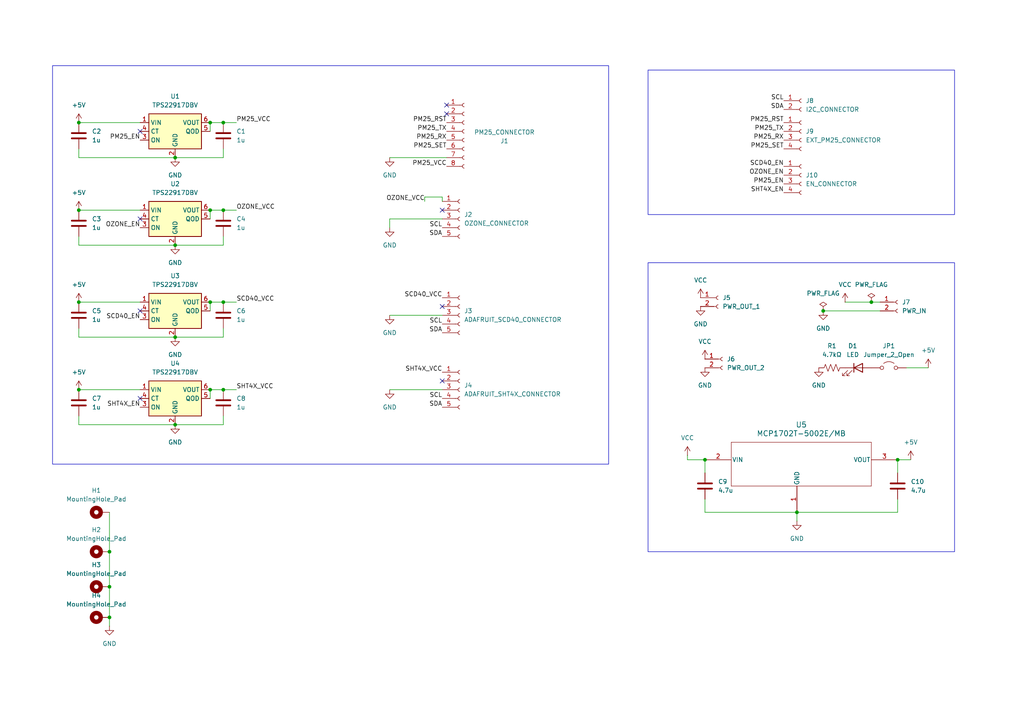
<source format=kicad_sch>
(kicad_sch (version 20231120) (generator "eeschema") (generator_version "8.0")
  (paper "A4")
  (title_block (title "AQ Sensor Controll Board") (date "2025-02-28") (rev "Rev. 1.0") (company "UofT Network Research Lab"))
  (lib_symbols
    (symbol "Connector:Conn_01x02_Socket" (pin_names (offset 1.016) hide)
      (property "Reference" "J" (at 0 2.54 0))
      (property "Value" "Conn_01x02_Socket" (at 0 -5.08 0))
      (symbol "Conn_01x02_Socket_1_1"
        (arc (start 0 -2.032) (mid -0.5058 -2.54) (end 0 -3.048) (stroke (width 0.1524)))
        (polyline (pts (xy -1.27 -2.54) (xy -0.508 -2.54)) (stroke (width 0.1524)))
        (polyline (pts (xy -1.27 0) (xy -0.508 0)) (stroke (width 0.1524)))
        (arc (start 0 0.508) (mid -0.5058 0) (end 0 -0.508) (stroke (width 0.1524)))
        (pin passive line (at -5.08 0 0) (length 3.81) (name "Pin_1") (number "1"))
        (pin passive line (at -5.08 -2.54 0) (length 3.81) (name "Pin_2") (number "2"))
      )
    )
    (symbol "Connector:Conn_01x04_Socket" (pin_names (offset 1.016) hide)
      (property "Reference" "J" (at 0 5.08 0))
      (property "Value" "Conn_01x04_Socket" (at 0 -7.62 0))
      (symbol "Conn_01x04_Socket_1_1"
        (arc (start 0 -4.572) (mid -0.5058 -5.08) (end 0 -5.588) (stroke (width 0.1524)))
        (arc (start 0 -2.032) (mid -0.5058 -2.54) (end 0 -3.048) (stroke (width 0.1524)))
        (polyline (pts (xy -1.27 -5.08) (xy -0.508 -5.08)) (stroke (width 0.1524)))
        (polyline (pts (xy -1.27 -2.54) (xy -0.508 -2.54)) (stroke (width 0.1524)))
        (polyline (pts (xy -1.27 0) (xy -0.508 0)) (stroke (width 0.1524)))
        (polyline (pts (xy -1.27 2.54) (xy -0.508 2.54)) (stroke (width 0.1524)))
        (arc (start 0 0.508) (mid -0.5058 0) (end 0 -0.508) (stroke (width 0.1524)))
        (arc (start 0 3.048) (mid -0.5058 2.54) (end 0 2.032) (stroke (width 0.1524)))
        (pin passive line (at -5.08 2.54 0) (length 3.81) (name "Pin_1") (number "1"))
        (pin passive line (at -5.08 0 0) (length 3.81) (name "Pin_2") (number "2"))
        (pin passive line (at -5.08 -2.54 0) (length 3.81) (name "Pin_3") (number "3"))
        (pin passive line (at -5.08 -5.08 0) (length 3.81) (name "Pin_4") (number "4"))
      )
    )
    (symbol "Connector:Conn_01x05_Socket" (pin_names (offset 1.016) hide)
      (property "Reference" "J" (at 0 7.62 0))
      (property "Value" "Conn_01x05_Socket" (at 0 -7.62 0))
      (symbol "Conn_01x05_Socket_1_1"
        (arc (start 0 -4.572) (mid -0.5058 -5.08) (end 0 -5.588) (stroke (width 0.1524)))
        (arc (start 0 -2.032) (mid -0.5058 -2.54) (end 0 -3.048) (stroke (width 0.1524)))
        (polyline (pts (xy -1.27 -5.08) (xy -0.508 -5.08)) (stroke (width 0.1524)))
        (polyline (pts (xy -1.27 -2.54) (xy -0.508 -2.54)) (stroke (width 0.1524)))
        (polyline (pts (xy -1.27 0) (xy -0.508 0)) (stroke (width 0.1524)))
        (polyline (pts (xy -1.27 2.54) (xy -0.508 2.54)) (stroke (width 0.1524)))
        (polyline (pts (xy -1.27 5.08) (xy -0.508 5.08)) (stroke (width 0.1524)))
        (arc (start 0 0.508) (mid -0.5058 0) (end 0 -0.508) (stroke (width 0.1524)))
        (arc (start 0 3.048) (mid -0.5058 2.54) (end 0 2.032) (stroke (width 0.1524)))
        (arc (start 0 5.588) (mid -0.5058 5.08) (end 0 4.572) (stroke (width 0.1524)))
        (pin passive line (at -5.08 5.08 0) (length 3.81) (name "Pin_1") (number "1"))
        (pin passive line (at -5.08 2.54 0) (length 3.81) (name "Pin_2") (number "2"))
        (pin passive line (at -5.08 0 0) (length 3.81) (name "Pin_3") (number "3"))
        (pin passive line (at -5.08 -2.54 0) (length 3.81) (name "Pin_4") (number "4"))
        (pin passive line (at -5.08 -5.08 0) (length 3.81) (name "Pin_5") (number "5"))
      )
    )
    (symbol "Connector:Conn_01x08_Socket" (pin_names (offset 1.016) hide)
      (property "Reference" "J" (at 0 10.16 0))
      (property "Value" "Conn_01x08_Socket" (at 0 -12.7 0))
      (symbol "Conn_01x08_Socket_1_1"
        (arc (start 0 -9.652) (mid -0.5058 -10.16) (end 0 -10.668) (stroke (width 0.1524)))
        (arc (start 0 -7.112) (mid -0.5058 -7.62) (end 0 -8.128) (stroke (width 0.1524)))
        (arc (start 0 -4.572) (mid -0.5058 -5.08) (end 0 -5.588) (stroke (width 0.1524)))
        (arc (start 0 -2.032) (mid -0.5058 -2.54) (end 0 -3.048) (stroke (width 0.1524)))
        (polyline (pts (xy -1.27 -10.16) (xy -0.508 -10.16)) (stroke (width 0.1524)))
        (polyline (pts (xy -1.27 -7.62) (xy -0.508 -7.62)) (stroke (width 0.1524)))
        (polyline (pts (xy -1.27 -5.08) (xy -0.508 -5.08)) (stroke (width 0.1524)))
        (polyline (pts (xy -1.27 -2.54) (xy -0.508 -2.54)) (stroke (width 0.1524)))
        (polyline (pts (xy -1.27 0) (xy -0.508 0)) (stroke (width 0.1524)))
        (polyline (pts (xy -1.27 2.54) (xy -0.508 2.54)) (stroke (width 0.1524)))
        (polyline (pts (xy -1.27 5.08) (xy -0.508 5.08)) (stroke (width 0.1524)))
        (polyline (pts (xy -1.27 7.62) (xy -0.508 7.62)) (stroke (width 0.1524)))
        (arc (start 0 0.508) (mid -0.5058 0) (end 0 -0.508) (stroke (width 0.1524)))
        (arc (start 0 3.048) (mid -0.5058 2.54) (end 0 2.032) (stroke (width 0.1524)))
        (arc (start 0 5.588) (mid -0.5058 5.08) (end 0 4.572) (stroke (width 0.1524)))
        (arc (start 0 8.128) (mid -0.5058 7.62) (end 0 7.112) (stroke (width 0.1524)))
        (pin passive line (at -5.08 7.62 0) (length 3.81) (name "Pin_1") (number "1"))
        (pin passive line (at -5.08 5.08 0) (length 3.81) (name "Pin_2") (number "2"))
        (pin passive line (at -5.08 2.54 0) (length 3.81) (name "Pin_3") (number "3"))
        (pin passive line (at -5.08 0 0) (length 3.81) (name "Pin_4") (number "4"))
        (pin passive line (at -5.08 -2.54 0) (length 3.81) (name "Pin_5") (number "5"))
        (pin passive line (at -5.08 -5.08 0) (length 3.81) (name "Pin_6") (number "6"))
        (pin passive line (at -5.08 -7.62 0) (length 3.81) (name "Pin_7") (number "7"))
        (pin passive line (at -5.08 -10.16 0) (length 3.81) (name "Pin_8") (number "8"))
      )
    )
    (symbol "Device:C" (pin_numbers hide) (pin_names (offset 0.254))
      (property "Reference" "C" (at 0.635 2.54 0))
      (property "Value" "C" (at 0.635 -2.54 0))
      (symbol "C_0_1"
        (polyline (pts (xy -2.032 -0.762) (xy 2.032 -0.762)) (stroke (width 0.508)))
        (polyline (pts (xy -2.032 0.762) (xy 2.032 0.762)) (stroke (width 0.508)))
      )
      (symbol "C_1_1"
        (pin passive line (at 0 3.81 270) (length 2.794) (name "~") (number "1"))
        (pin passive line (at 0 -3.81 90) (length 2.794) (name "~") (number "2"))
      )
    )
    (symbol "Device:LED" (pin_numbers hide) (pin_names (offset 1.016) hide)
      (property "Reference" "D" (at 0 2.54 0))
      (property "Value" "LED" (at 0 -2.54 0))
      (symbol "LED_0_1"
        (polyline (pts (xy -1.27 -1.27) (xy -1.27 1.27)) (stroke (width 0.254)))
        (polyline (pts (xy -1.27 0) (xy 1.27 0)))
        (polyline (pts (xy 1.27 -1.27) (xy 1.27 1.27) (xy -1.27 0) (xy 1.27 -1.27)) (stroke (width 0.254)))
        (polyline (pts (xy -3.048 -0.762) (xy -4.572 -2.286) (xy -3.81 -2.286) (xy -4.572 -2.286) (xy -4.572 -1.524)))
        (polyline (pts (xy -1.778 -0.762) (xy -3.302 -2.286) (xy -2.54 -2.286) (xy -3.302 -2.286) (xy -3.302 -1.524)))
      )
      (symbol "LED_1_1"
        (pin passive line (at -3.81 0 0) (length 2.54) (name "K") (number "1"))
        (pin passive line (at 3.81 0 180) (length 2.54) (name "A") (number "2"))
      )
    )
    (symbol "Device:R_US" (pin_numbers hide) (pin_names (offset 0))
      (property "Reference" "R" (at 2.54 0 90))
      (property "Value" "R_US" (at -2.54 0 90))
      (symbol "R_US_0_1"
        (polyline (pts (xy 0 -2.286) (xy 0 -2.54)))
        (polyline (pts (xy 0 2.286) (xy 0 2.54)))
        (polyline (pts (xy 0 -0.762) (xy 1.016 -1.143) (xy 0 -1.524) (xy -1.016 -1.905) (xy 0 -2.286)))
        (polyline (pts (xy 0 0.762) (xy 1.016 0.381) (xy 0 0) (xy -1.016 -0.381) (xy 0 -0.762)))
        (polyline (pts (xy 0 2.286) (xy 1.016 1.905) (xy 0 1.524) (xy -1.016 1.143) (xy 0 0.762)))
      )
      (symbol "R_US_1_1"
        (pin passive line (at 0 3.81 270) (length 1.27) (name "~") (number "1"))
        (pin passive line (at 0 -3.81 90) (length 1.27) (name "~") (number "2"))
      )
    )
    (symbol "Jumper:Jumper_2_Open" (pin_numbers hide) (pin_names (offset 0) hide) (exclude_from_sim yes)
      (property "Reference" "JP" (at 0 2.794 0))
      (property "Value" "Jumper_2_Open" (at 0 -2.286 0))
      (symbol "Jumper_2_Open_0_0"
        (circle (center -2.032 0) (radius 0.508))
        (circle (center 2.032 0) (radius 0.508))
      )
      (symbol "Jumper_2_Open_0_1"
        (arc (start 1.524 1.27) (mid 0 1.778) (end -1.524 1.27))
      )
      (symbol "Jumper_2_Open_1_1"
        (pin passive line (at -5.08 0 0) (length 2.54) (name "A") (number "1"))
        (pin passive line (at 5.08 0 180) (length 2.54) (name "B") (number "2"))
      )
    )
    (symbol "MCP1702:MCP1702T-5002E_MB" (pin_names (offset 0.254))
      (property "Reference" "U" (at 27.94 10.16 0))
      (property "Value" "MCP1702T-5002E/MB" (at 27.94 7.62 0))
      (symbol "MCP1702T-5002E_MB_0_1"
        (polyline (pts (xy 7.62 -7.62) (xy 48.26 -7.62)) (stroke (width 0.127)))
        (polyline (pts (xy 7.62 5.08) (xy 7.62 -7.62)) (stroke (width 0.127)))
        (polyline (pts (xy 48.26 -7.62) (xy 48.26 5.08)) (stroke (width 0.127)))
        (polyline (pts (xy 48.26 5.08) (xy 7.62 5.08)) (stroke (width 0.127)))
      )
      (symbol "MCP1702T-5002E_MB_1_1"
        (pin power_in line (at 26.67 -15.24 90) (length 7.62) (name "GND") (number "1"))
        (pin power_in line (at 0 0 0) (length 7.62) (name "VIN") (number "2"))
        (pin power_out line (at 55.88 0 180) (length 7.62) (name "VOUT") (number "3"))
      )
    )
    (symbol "Mechanical:MountingHole_Pad" (pin_numbers hide) (pin_names (offset 1.016) hide) (exclude_from_sim yes) (in_bom no)
      (property "Reference" "H" (at 0 6.35 0))
      (property "Value" "MountingHole_Pad" (at 0 4.445 0))
      (symbol "MountingHole_Pad_0_1"
        (circle (center 0 1.27) (radius 1.27) (stroke (width 1.27)))
      )
      (symbol "MountingHole_Pad_1_1"
        (pin input line (at 0 -2.54 90) (length 2.54) (name "1") (number "1"))
      )
    )
    (symbol "Power_Management:TPS22917DBV"
      (property "Reference" "U" (at -6.35 6.35 0))
      (property "Value" "TPS22917DBV" (at 2.54 6.35 0))
      (symbol "TPS22917DBV_0_1"
        (rectangle (start -7.62 5.08) (end 7.62 -5.08) (stroke (width 0.254)) (fill (type background)))
      )
      (symbol "TPS22917DBV_1_1"
        (pin power_in line (at -10.16 2.54 0) (length 2.54) (name "VIN") (number "1"))
        (pin power_in line (at 0 -7.62 90) (length 2.54) (name "GND") (number "2"))
        (pin input line (at -10.16 -2.54 0) (length 2.54) (name "ON") (number "3"))
        (pin output line (at -10.16 0 0) (length 2.54) (name "CT") (number "4"))
        (pin open_collector line (at 10.16 0 180) (length 2.54) (name "QOD") (number "5"))
        (pin power_out line (at 10.16 2.54 180) (length 2.54) (name "VOUT") (number "6"))
      )
    )
    (symbol "power:+5V" (power) (pin_numbers hide) (pin_names (offset 0) hide)
      (property "Value" "+5V" (at 0 3.556 0))
      (symbol "+5V_0_1"
        (polyline (pts (xy -0.762 1.27) (xy 0 2.54)))
        (polyline (pts (xy 0 0) (xy 0 2.54)))
        (polyline (pts (xy 0 2.54) (xy 0.762 1.27)))
      )
      (symbol "+5V_1_1"
        (pin power_in line (at 0 0 90) (length 0) (name "~") (number "1"))
      )
    )
    (symbol "power:GND" (power) (pin_numbers hide) (pin_names (offset 0) hide)
      (property "Value" "GND" (at 0 -3.81 0))
      (symbol "GND_0_1"
        (polyline (pts (xy 0 0) (xy 0 -1.27) (xy 1.27 -1.27) (xy 0 -2.54) (xy -1.27 -1.27) (xy 0 -1.27)))
      )
      (symbol "GND_1_1"
        (pin power_in line (at 0 0 270) (length 0) (name "~") (number "1"))
      )
    )
    (symbol "power:PWR_FLAG" (power) (pin_numbers hide) (pin_names (offset 0) hide)
      (property "Value" "PWR_FLAG" (at 0 3.81 0))
      (symbol "PWR_FLAG_0_0"
        (pin power_out line (at 0 0 90) (length 0) (name "~") (number "1"))
      )
      (symbol "PWR_FLAG_0_1"
        (polyline (pts (xy 0 0) (xy 0 1.27) (xy -1.016 1.905) (xy 0 2.54) (xy 1.016 1.905) (xy 0 1.27)))
      )
    )
    (symbol "power:VCC" (power) (pin_numbers hide) (pin_names (offset 0) hide)
      (property "Value" "VCC" (at 0 3.556 0))
      (symbol "VCC_0_1"
        (polyline (pts (xy -0.762 1.27) (xy 0 2.54)))
        (polyline (pts (xy 0 0) (xy 0 2.54)))
        (polyline (pts (xy 0 2.54) (xy 0.762 1.27)))
      )
      (symbol "VCC_1_1"
        (pin power_in line (at 0 0 90) (length 0) (name "~") (number "1"))
      )
    )
  )
  (junction (at 64.77 113.03))
  (junction (at 64.77 87.63))
  (junction (at 231.14 148.59))
  (junction (at 31.75 160.02))
  (junction (at 64.77 35.56))
  (junction (at 31.75 179.07))
  (junction (at 22.86 113.03))
  (junction (at 60.96 113.03))
  (junction (at 252.73 87.63))
  (junction (at 22.86 87.63))
  (junction (at 22.86 60.96))
  (junction (at 260.35 133.35))
  (junction (at 60.96 60.96))
  (junction (at 50.8 45.72))
  (junction (at 60.96 87.63))
  (junction (at 22.86 35.56))
  (junction (at 31.75 170.18))
  (junction (at 50.8 123.19))
  (junction (at 64.77 60.96))
  (junction (at 50.8 97.79))
  (junction (at 204.47 133.35))
  (junction (at 238.76 90.17))
  (junction (at 60.96 35.56))
  (junction (at 50.8 71.12))
  (no_connect (at 40.64 115.57))
  (no_connect (at 129.54 30.48))
  (no_connect (at 40.64 38.1))
  (no_connect (at 40.64 90.17))
  (no_connect (at 128.27 60.96))
  (no_connect (at 128.27 110.49))
  (no_connect (at 40.64 63.5))
  (no_connect (at 128.27 88.9))
  (no_connect (at 129.54 33.02))
  (wire (pts (xy 113.03 63.5) (xy 128.27 63.5)))
  (wire (pts (xy 64.77 123.19) (xy 50.8 123.19)))
  (wire (pts (xy 199.39 133.35) (xy 199.39 132.08)))
  (wire (pts (xy 60.96 87.63) (xy 64.77 87.63)))
  (wire (pts (xy 31.75 160.02) (xy 31.75 170.18)))
  (wire (pts (xy 204.47 133.35) (xy 199.39 133.35)))
  (wire (pts (xy 22.86 123.19) (xy 50.8 123.19)))
  (wire (pts (xy 255.27 90.17) (xy 238.76 90.17)))
  (wire (pts (xy 31.75 148.59) (xy 31.75 160.02)))
  (wire (pts (xy 60.96 87.63) (xy 60.96 90.17)))
  (wire (pts (xy 22.86 71.12) (xy 50.8 71.12)))
  (wire (pts (xy 113.03 45.72) (xy 129.54 45.72)))
  (wire (pts (xy 269.24 106.68) (xy 262.89 106.68)))
  (wire (pts (xy 231.14 148.59) (xy 231.14 151.13)))
  (wire (pts (xy 60.96 35.56) (xy 60.96 38.1)))
  (wire (pts (xy 22.86 113.03) (xy 40.64 113.03)))
  (wire (pts (xy 64.77 68.58) (xy 64.77 71.12)))
  (wire (pts (xy 60.96 60.96) (xy 64.77 60.96)))
  (wire (pts (xy 113.03 113.03) (xy 128.27 113.03)))
  (wire (pts (xy 22.86 68.58) (xy 22.86 71.12)))
  (wire (pts (xy 22.86 43.18) (xy 22.86 45.72)))
  (wire (pts (xy 60.96 35.56) (xy 64.77 35.56)))
  (wire (pts (xy 204.47 148.59) (xy 231.14 148.59)))
  (wire (pts (xy 64.77 97.79) (xy 50.8 97.79)))
  (wire (pts (xy 64.77 71.12) (xy 50.8 71.12)))
  (wire (pts (xy 22.86 35.56) (xy 40.64 35.56)))
  (wire (pts (xy 68.58 113.03) (xy 64.77 113.03)))
  (wire (pts (xy 22.86 95.25) (xy 22.86 97.79)))
  (wire (pts (xy 123.19 57.15) (xy 123.19 58.42)))
  (wire (pts (xy 60.96 60.96) (xy 60.96 63.5)))
  (wire (pts (xy 255.27 87.63) (xy 252.73 87.63)))
  (wire (pts (xy 64.77 43.18) (xy 64.77 45.72)))
  (wire (pts (xy 260.35 133.35) (xy 260.35 137.16)))
  (wire (pts (xy 68.58 87.63) (xy 64.77 87.63)))
  (wire (pts (xy 260.35 148.59) (xy 231.14 148.59)))
  (wire (pts (xy 60.96 113.03) (xy 60.96 115.57)))
  (wire (pts (xy 68.58 35.56) (xy 64.77 35.56)))
  (wire (pts (xy 113.03 66.04) (xy 113.03 63.5)))
  (wire (pts (xy 22.86 97.79) (xy 50.8 97.79)))
  (wire (pts (xy 128.27 57.15) (xy 123.19 57.15)))
  (wire (pts (xy 60.96 113.03) (xy 64.77 113.03)))
  (wire (pts (xy 68.58 60.96) (xy 64.77 60.96)))
  (wire (pts (xy 31.75 179.07) (xy 31.75 181.61)))
  (wire (pts (xy 64.77 45.72) (xy 50.8 45.72)))
  (wire (pts (xy 252.73 87.63) (xy 245.11 87.63)))
  (wire (pts (xy 64.77 120.65) (xy 64.77 123.19)))
  (wire (pts (xy 260.35 144.78) (xy 260.35 148.59)))
  (wire (pts (xy 204.47 133.35) (xy 204.47 137.16)))
  (wire (pts (xy 128.27 57.15) (xy 128.27 58.42)))
  (wire (pts (xy 22.86 45.72) (xy 50.8 45.72)))
  (wire (pts (xy 31.75 170.18) (xy 31.75 179.07)))
  (wire (pts (xy 22.86 87.63) (xy 40.64 87.63)))
  (wire (pts (xy 22.86 120.65) (xy 22.86 123.19)))
  (wire (pts (xy 260.35 133.35) (xy 264.16 133.35)))
  (wire (pts (xy 22.86 60.96) (xy 40.64 60.96)))
  (wire (pts (xy 64.77 95.25) (xy 64.77 97.79)))
  (wire (pts (xy 204.47 144.78) (xy 204.47 148.59)))
  (wire (pts (xy 113.03 91.44) (xy 128.27 91.44)))
  (rectangle (start 187.96 76.2) (end 276.86 160.02))
  (rectangle (start 15.24 19.05) (end 176.53 134.62))
  (rectangle (start 187.96 20.32) (end 276.86 62.23))
  (label "PM25_RX" (at 227.33 40.64 180))
  (label "OZONE_EN" (at 227.33 50.8 180))
  (label "SHT4X_EN" (at 227.33 55.88 180))
  (label "PM25_VCC" (at 129.54 48.26 180))
  (label "PM25_VCC" (at 68.58 35.56 0))
  (label "SCD40_EN" (at 227.33 48.26 180))
  (label "SDA" (at 227.33 31.75 180))
  (label "PM25_TX" (at 129.54 38.1 180))
  (label "SDA" (at 128.27 68.58 180))
  (label "SCL" (at 128.27 66.04 180))
  (label "SDA" (at 128.27 118.11 180))
  (label "SHT4X_VCC" (at 128.27 107.95 180))
  (label "PM25_TX" (at 227.33 38.1 180))
  (label "PM25_RX" (at 129.54 40.64 180))
  (label "SCD40_EN" (at 40.64 92.71 180))
  (label "SDA" (at 128.27 96.52 180))
  (label "PM25_EN" (at 40.64 40.64 180))
  (label "SHT4X_VCC" (at 68.58 113.03 0))
  (label "PM25_SET" (at 227.33 43.18 180))
  (label "SHT4X_EN" (at 40.64 118.11 180))
  (label "PM25_RST" (at 227.33 35.56 180))
  (label "SCL" (at 128.27 115.57 180))
  (label "OZONE_EN" (at 40.64 66.04 180))
  (label "PM25_EN" (at 227.33 53.34 180))
  (label "SCD40_VCC" (at 128.27 86.36 180))
  (label "PM25_RST" (at 129.54 35.56 180))
  (label "PM25_SET" (at 129.54 43.18 180))
  (label "SCL" (at 128.27 93.98 180))
  (label "SCL" (at 227.33 29.21 180))
  (label "SCD40_VCC" (at 68.58 87.63 0))
  (label "OZONE_VCC" (at 68.58 60.96 0))
  (label "OZONE_VCC" (at 123.19 58.42 180))
  (symbol (lib_id "Connector:Conn_01x02_Socket") (at 232.41 29.21 0) (unit 1)
    (property "Reference" "J8" (at 233.68 29.2099 0) (effects (justify left)))
    (property "Value" "I2C_CONNECTOR" (at 233.68 31.7499 0) (effects (justify left)))
    (property "Footprint" "Connector_PinHeader_2.54mm:PinHeader_1x02_P2.54mm_Vertical" (effects (hide yes)))
    (property "Description" "Generic connector, single row, 01x02, script generated" (effects (hide yes)))
  )
  (symbol (lib_id "Device:C") (at 22.86 91.44 0) (unit 1)
    (property "Reference" "C5" (at 26.67 90.1699 0) (effects (justify left)))
    (property "Value" "1u" (at 26.67 92.7099 0) (effects (justify left)))
    (property "Footprint" "Capacitor_SMD:C_0805_2012Metric" (effects (hide yes)))
    (property "Description" "Unpolarized capacitor" (effects (hide yes)))
    (property "LCSC" "C28323" (effects (hide yes)))
  )
  (symbol (lib_id "Device:C") (at 64.77 39.37 0) (unit 1)
    (property "Reference" "C1" (at 68.58 38.0999 0) (effects (justify left)))
    (property "Value" "1u" (at 68.58 40.6399 0) (effects (justify left)))
    (property "Footprint" "Capacitor_SMD:C_0805_2012Metric" (effects (hide yes)))
    (property "Description" "Unpolarized capacitor" (effects (hide yes)))
    (property "LCSC" "C28323" (effects (hide yes)))
  )
  (symbol (lib_id "Connector:Conn_01x05_Socket") (at 133.35 91.44 0) (unit 1)
    (property "Reference" "J3" (at 134.62 90.1699 0) (effects (justify left)))
    (property "Value" "ADAFRUIT_SCD40_CONNECTOR" (at 134.62 92.7099 0) (effects (justify left)))
    (property "Footprint" "Connector_PinSocket_2.54mm:PinSocket_1x05_P2.54mm_Vertical" (effects (hide yes)))
    (property "Description" "Generic connector, single row, 01x05, script generated" (effects (hide yes)))
  )
  (symbol (lib_id "Mechanical:MountingHole_Pad") (at 29.21 179.07 90) (unit 1) (exclude_from_sim yes) (in_bom no)
    (property "Reference" "H4" (at 27.94 172.72 90))
    (property "Value" "MountingHole_Pad" (at 27.94 175.26 90))
    (property "Footprint" "MountingHole:MountingHole_3.2mm_M3_Pad_Via" (effects (hide yes)))
    (property "Description" "Mounting Hole with connection" (effects (hide yes)))
  )
  (symbol (lib_id "Device:C") (at 64.77 91.44 0) (unit 1)
    (property "Reference" "C6" (at 68.58 90.1699 0) (effects (justify left)))
    (property "Value" "1u" (at 68.58 92.7099 0) (effects (justify left)))
    (property "Footprint" "Capacitor_SMD:C_0805_2012Metric" (effects (hide yes)))
    (property "Description" "Unpolarized capacitor" (effects (hide yes)))
    (property "LCSC" "C28323" (effects (hide yes)))
  )
  (symbol (lib_id "Power_Management:TPS22917DBV") (at 50.8 38.1 0) (unit 1)
    (property "Reference" "U1" (at 50.8 27.94 0))
    (property "Value" "TPS22917DBV" (at 50.8 30.48 0))
    (property "Footprint" "Package_TO_SOT_SMD:SOT-23-6" (effects (hide yes)))
    (property "Datasheet" "http://www.ti.com/lit/ds/symlink/tps22917.pdf" (effects (hide yes)))
    (property "Description" "1V to 5.5V, 2A, 80mΩ Ultra-Low Leakage Load Switch, SOT23-6" (effects (hide yes)))
    (property "LCSC" "C2681320" (effects (hide yes)))
  )
  (symbol (lib_id "Device:C") (at 22.86 116.84 0) (unit 1)
    (property "Reference" "C7" (at 26.67 115.5699 0) (effects (justify left)))
    (property "Value" "1u" (at 26.67 118.1099 0) (effects (justify left)))
    (property "Footprint" "Capacitor_SMD:C_0805_2012Metric" (effects (hide yes)))
    (property "Description" "Unpolarized capacitor" (effects (hide yes)))
    (property "LCSC" "C28323" (effects (hide yes)))
  )
  (symbol (lib_id "Connector:Conn_01x08_Socket") (at 134.62 38.1 0) (unit 1)
    (property "Reference" "J1" (at 146.304 40.894 0))
    (property "Value" "PM25_CONNECTOR" (at 146.304 38.354 0))
    (property "Footprint" "Connector_Molex:Molex_PicoBlade_53047-0810_1x08_P1.25mm_Vertical" (effects (hide yes)))
    (property "Description" "Generic connector, single row, 01x08, script generated" (effects (hide yes)))
  )
  (symbol (lib_id "power:GND") (at 231.14 151.13 0) (unit 1)
    (property "Reference" "#PWR021" (effects (hide yes)))
    (property "Value" "GND" (at 231.14 156.21 0))
    (property "Description" "Power symbol creates a global label with name \"GND\" , ground" (effects (hide yes)))
  )
  (symbol (lib_id "power:GND") (at 113.03 113.03 0) (unit 1)
    (property "Reference" "#PWR09" (effects (hide yes)))
    (property "Value" "GND" (at 113.03 118.11 0))
    (property "Description" "Power symbol creates a global label with name \"GND\" , ground" (effects (hide yes)))
  )
  (symbol (lib_id "power:+5V") (at 22.86 60.96 0) (unit 1)
    (property "Reference" "#PWR02" (effects (hide yes)))
    (property "Value" "+5V" (at 22.86 55.88 0))
    (property "Description" "Power symbol creates a global label with name \"+5V\"" (effects (hide yes)))
  )
  (symbol (lib_id "Device:C") (at 64.77 116.84 0) (unit 1)
    (property "Reference" "C8" (at 68.58 115.5699 0) (effects (justify left)))
    (property "Value" "1u" (at 68.58 118.1099 0) (effects (justify left)))
    (property "Footprint" "Capacitor_SMD:C_0805_2012Metric" (effects (hide yes)))
    (property "Description" "Unpolarized capacitor" (effects (hide yes)))
    (property "LCSC" "C28323" (effects (hide yes)))
  )
  (symbol (lib_id "Device:C") (at 22.86 39.37 0) (unit 1)
    (property "Reference" "C2" (at 26.67 38.0999 0) (effects (justify left)))
    (property "Value" "1u" (at 26.67 40.6399 0) (effects (justify left)))
    (property "Footprint" "Capacitor_SMD:C_0805_2012Metric" (effects (hide yes)))
    (property "Description" "Unpolarized capacitor" (effects (hide yes)))
    (property "LCSC" "C28323" (effects (hide yes)))
  )
  (symbol (lib_id "Connector:Conn_01x02_Socket") (at 208.28 86.36 0) (unit 1)
    (property "Reference" "J5" (at 209.55 86.3599 0) (effects (justify left)))
    (property "Value" "PWR_OUT_1" (at 209.55 88.8999 0) (effects (justify left)))
    (property "Footprint" "Connector_PinHeader_2.54mm:PinHeader_1x02_P2.54mm_Vertical" (effects (hide yes)))
    (property "Description" "Generic connector, single row, 01x02, script generated" (effects (hide yes)))
  )
  (symbol (lib_id "power:GND") (at 50.8 123.19 0) (unit 1)
    (property "Reference" "#PWR015" (effects (hide yes)))
    (property "Value" "GND" (at 50.8 128.27 0))
    (property "Description" "Power symbol creates a global label with name \"GND\" , ground" (effects (hide yes)))
  )
  (symbol (lib_id "Power_Management:TPS22917DBV") (at 50.8 115.57 0) (unit 1)
    (property "Reference" "U4" (at 50.8 105.41 0))
    (property "Value" "TPS22917DBV" (at 50.8 107.95 0))
    (property "Footprint" "Package_TO_SOT_SMD:SOT-23-6" (effects (hide yes)))
    (property "Datasheet" "http://www.ti.com/lit/ds/symlink/tps22917.pdf" (effects (hide yes)))
    (property "Description" "1V to 5.5V, 2A, 80mΩ Ultra-Low Leakage Load Switch, SOT23-6" (effects (hide yes)))
    (property "LCSC" "C2681320" (effects (hide yes)))
  )
  (symbol (lib_id "Connector:Conn_01x04_Socket") (at 232.41 38.1 0) (unit 1)
    (property "Reference" "J9" (at 233.68 38.0999 0) (effects (justify left)))
    (property "Value" "EXT_PM25_CONNECTOR" (at 233.68 40.6399 0) (effects (justify left)))
    (property "Footprint" "Connector_PinHeader_2.54mm:PinHeader_1x04_P2.54mm_Vertical" (effects (hide yes)))
    (property "Description" "Generic connector, single row, 01x04, script generated" (effects (hide yes)))
  )
  (symbol (lib_id "Connector:Conn_01x02_Socket") (at 260.35 87.63 0) (unit 1)
    (property "Reference" "J7" (at 261.62 87.6299 0) (effects (justify left)))
    (property "Value" "PWR_IN" (at 261.62 90.1699 0) (effects (justify left)))
    (property "Footprint" "Connector_PinHeader_2.54mm:PinHeader_1x02_P2.54mm_Vertical" (effects (hide yes)))
    (property "Description" "Generic connector, single row, 01x02, script generated" (effects (hide yes)))
  )
  (symbol (lib_id "power:GND") (at 113.03 66.04 0) (unit 1)
    (property "Reference" "#PWR03" (effects (hide yes)))
    (property "Value" "GND" (at 113.03 71.12 0))
    (property "Description" "Power symbol creates a global label with name \"GND\" , ground" (effects (hide yes)))
  )
  (symbol (lib_id "Device:LED") (at 248.92 106.68 0) (unit 1)
    (property "Reference" "D1" (at 247.3325 100.33 0))
    (property "Value" "LED" (at 247.3325 102.87 0))
    (property "Footprint" "LED_SMD:LED_0603_1608Metric" (effects (hide yes)))
    (property "Description" "Light emitting diode" (effects (hide yes)))
    (property "LCSC" "C2286" (effects (hide yes)))
  )
  (symbol (lib_id "power:VCC") (at 199.39 132.08 0) (unit 1)
    (property "Reference" "#PWR020" (effects (hide yes)))
    (property "Value" "VCC" (at 199.39 127 0))
    (property "Description" "Power symbol creates a global label with name \"VCC\"" (effects (hide yes)))
  )
  (symbol (lib_id "Connector:Conn_01x04_Socket") (at 232.41 50.8 0) (unit 1)
    (property "Reference" "J10" (at 233.68 50.7999 0) (effects (justify left)))
    (property "Value" "EN_CONNECTOR" (at 233.68 53.3399 0) (effects (justify left)))
    (property "Footprint" "Connector_PinHeader_2.54mm:PinHeader_1x04_P2.54mm_Vertical" (effects (hide yes)))
    (property "Description" "Generic connector, single row, 01x04, script generated" (effects (hide yes)))
  )
  (symbol (lib_id "Mechanical:MountingHole_Pad") (at 29.21 160.02 90) (unit 1) (exclude_from_sim yes) (in_bom no)
    (property "Reference" "H2" (at 27.94 153.67 90))
    (property "Value" "MountingHole_Pad" (at 27.94 156.21 90))
    (property "Footprint" "MountingHole:MountingHole_3.2mm_M3_Pad_Via" (effects (hide yes)))
    (property "Description" "Mounting Hole with connection" (effects (hide yes)))
  )
  (symbol (lib_id "power:+5V") (at 22.86 113.03 0) (unit 1)
    (property "Reference" "#PWR014" (effects (hide yes)))
    (property "Value" "+5V" (at 22.86 107.95 0))
    (property "Description" "Power symbol creates a global label with name \"+5V\"" (effects (hide yes)))
  )
  (symbol (lib_id "power:GND") (at 31.75 181.61 0) (unit 1)
    (property "Reference" "#PWR04" (effects (hide yes)))
    (property "Value" "GND" (at 31.75 186.69 0))
    (property "Description" "Power symbol creates a global label with name \"GND\" , ground" (effects (hide yes)))
  )
  (symbol (lib_id "power:GND") (at 203.2 88.9 0) (unit 1)
    (property "Reference" "#PWR016" (effects (hide yes)))
    (property "Value" "GND" (at 203.2 93.98 0))
    (property "Description" "Power symbol creates a global label with name \"GND\" , ground" (effects (hide yes)))
  )
  (symbol (lib_id "Connector:Conn_01x05_Socket") (at 133.35 113.03 0) (unit 1)
    (property "Reference" "J4" (at 134.62 111.7599 0) (effects (justify left)))
    (property "Value" "ADAFRUIT_SHT4X_CONNECTOR" (at 134.62 114.2999 0) (effects (justify left)))
    (property "Footprint" "Connector_PinSocket_2.54mm:PinSocket_1x05_P2.54mm_Vertical" (effects (hide yes)))
    (property "Description" "Generic connector, single row, 01x05, script generated" (effects (hide yes)))
  )
  (symbol (lib_id "Device:R_US") (at 241.3 106.68 90) (unit 1)
    (property "Reference" "R1" (at 241.3 100.33 90))
    (property "Value" "4.7kΩ" (at 241.3 102.87 90))
    (property "Footprint" "Resistor_SMD:R_0603_1608Metric" (effects (hide yes)))
    (property "Description" "Resistor, US symbol" (effects (hide yes)))
    (property "LCSC" "C23162" (effects (hide yes)))
  )
  (symbol (lib_id "Connector:Conn_01x05_Socket") (at 133.35 63.5 0) (unit 1)
    (property "Reference" "J2" (at 134.62 62.2299 0) (effects (justify left)))
    (property "Value" "OZONE_CONNECTOR" (at 134.62 64.7699 0) (effects (justify left)))
    (property "Footprint" "Connector_PinHeader_2.54mm:PinHeader_1x05_P2.54mm_Vertical" (effects (hide yes)))
    (property "Description" "Generic connector, single row, 01x05, script generated" (effects (hide yes)))
  )
  (symbol (lib_id "Device:C") (at 22.86 64.77 0) (unit 1)
    (property "Reference" "C3" (at 26.67 63.4999 0) (effects (justify left)))
    (property "Value" "1u" (at 26.67 66.0399 0) (effects (justify left)))
    (property "Footprint" "Capacitor_SMD:C_0805_2012Metric" (effects (hide yes)))
    (property "Description" "Unpolarized capacitor" (effects (hide yes)))
    (property "LCSC" "C28323" (effects (hide yes)))
  )
  (symbol (lib_id "power:GND") (at 238.76 90.17 0) (unit 1)
    (property "Reference" "#PWR019" (effects (hide yes)))
    (property "Value" "GND" (at 238.76 95.25 0))
    (property "Description" "Power symbol creates a global label with name \"GND\" , ground" (effects (hide yes)))
  )
  (symbol (lib_id "power:VCC") (at 203.2 86.36 0) (unit 1)
    (property "Reference" "#PWR07" (effects (hide yes)))
    (property "Value" "VCC" (at 203.2 81.28 0))
    (property "Description" "Power symbol creates a global label with name \"VCC\"" (effects (hide yes)))
  )
  (symbol (lib_id "power:GND") (at 50.8 71.12 0) (unit 1)
    (property "Reference" "#PWR011" (effects (hide yes)))
    (property "Value" "GND" (at 50.8 76.2 0))
    (property "Description" "Power symbol creates a global label with name \"GND\" , ground" (effects (hide yes)))
  )
  (symbol (lib_id "power:GND") (at 237.49 106.68 0) (unit 1)
    (property "Reference" "#PWR023" (effects (hide yes)))
    (property "Value" "GND" (at 237.49 111.76 0))
    (property "Description" "Power symbol creates a global label with name \"GND\" , ground" (effects (hide yes)))
  )
  (symbol (lib_id "Jumper:Jumper_2_Open") (at 257.81 106.68 0) (unit 1) (exclude_from_sim yes)
    (property "Reference" "JP1" (at 257.81 100.33 0))
    (property "Value" "Jumper_2_Open" (at 257.81 102.87 0))
    (property "Footprint" "Connector_PinHeader_2.54mm:PinHeader_1x02_P2.54mm_Vertical" (effects (hide yes)))
    (property "Description" "Jumper, 2-pole, open" (effects (hide yes)))
  )
  (symbol (lib_id "power:GND") (at 204.47 106.68 0) (unit 1)
    (property "Reference" "#PWR017" (effects (hide yes)))
    (property "Value" "GND" (at 204.47 111.76 0))
    (property "Description" "Power symbol creates a global label with name \"GND\" , ground" (effects (hide yes)))
  )
  (symbol (lib_id "power:+5V") (at 22.86 87.63 0) (unit 1)
    (property "Reference" "#PWR012" (effects (hide yes)))
    (property "Value" "+5V" (at 22.86 82.55 0))
    (property "Description" "Power symbol creates a global label with name \"+5V\"" (effects (hide yes)))
  )
  (symbol (lib_id "power:GND") (at 50.8 45.72 0) (unit 1)
    (property "Reference" "#PWR06" (effects (hide yes)))
    (property "Value" "GND" (at 50.8 50.8 0))
    (property "Description" "Power symbol creates a global label with name \"GND\" , ground" (effects (hide yes)))
  )
  (symbol (lib_id "Mechanical:MountingHole_Pad") (at 29.21 148.59 90) (unit 1) (exclude_from_sim yes) (in_bom no)
    (property "Reference" "H1" (at 27.94 142.24 90))
    (property "Value" "MountingHole_Pad" (at 27.94 144.78 90))
    (property "Footprint" "MountingHole:MountingHole_3.2mm_M3_Pad_Via" (effects (hide yes)))
    (property "Description" "Mounting Hole with connection" (effects (hide yes)))
  )
  (symbol (lib_id "power:GND") (at 50.8 97.79 0) (unit 1)
    (property "Reference" "#PWR013" (effects (hide yes)))
    (property "Value" "GND" (at 50.8 102.87 0))
    (property "Description" "Power symbol creates a global label with name \"GND\" , ground" (effects (hide yes)))
  )
  (symbol (lib_id "Connector:Conn_01x02_Socket") (at 209.55 104.14 0) (unit 1)
    (property "Reference" "J6" (at 210.82 104.1399 0) (effects (justify left)))
    (property "Value" "PWR_OUT_2" (at 210.82 106.6799 0) (effects (justify left)))
    (property "Footprint" "Connector_PinHeader_2.54mm:PinHeader_1x02_P2.54mm_Vertical" (effects (hide yes)))
    (property "Description" "Generic connector, single row, 01x02, script generated" (effects (hide yes)))
  )
  (symbol (lib_id "power:PWR_FLAG") (at 238.76 90.17 0) (unit 1)
    (property "Reference" "#FLG02" (effects (hide yes)))
    (property "Value" "PWR_FLAG" (at 238.76 85.09 0))
    (property "Description" "Special symbol for telling ERC where power comes from" (effects (hide yes)))
  )
  (symbol (lib_id "Device:C") (at 260.35 140.97 0) (unit 1)
    (property "Reference" "C10" (at 264.16 139.6999 0) (effects (justify left)))
    (property "Value" "4.7u" (at 264.16 142.2399 0) (effects (justify left)))
    (property "Footprint" "Capacitor_SMD:C_0805_2012Metric" (effects (hide yes)))
    (property "Description" "Unpolarized capacitor" (effects (hide yes)))
    (property "LCSC" "C1779" (effects (hide yes)))
  )
  (symbol (lib_id "power:VCC") (at 245.11 87.63 0) (unit 1)
    (property "Reference" "#PWR018" (effects (hide yes)))
    (property "Value" "VCC" (at 245.11 82.55 0))
    (property "Description" "Power symbol creates a global label with name \"VCC\"" (effects (hide yes)))
  )
  (symbol (lib_id "MCP1702:MCP1702T-5002E_MB") (at 204.47 133.35 0) (unit 1)
    (property "Reference" "U5" (at 232.41 123.19 0) (effects (font (size 1.524 1.524))))
    (property "Value" "MCP1702T-5002E/MB" (at 232.41 125.73 0) (effects (font (size 1.524 1.524))))
    (property "Footprint" "Package_TO_SOT_SMD:SOT-89-3" (effects (hide yes)))
    (property "Datasheet" "MCP1702T-5002E/MB" (effects (hide yes)))
    (property "LCSC" "C18299" (effects (hide yes)))
  )
  (symbol (lib_id "Device:C") (at 64.77 64.77 0) (unit 1)
    (property "Reference" "C4" (at 68.58 63.4999 0) (effects (justify left)))
    (property "Value" "1u" (at 68.58 66.0399 0) (effects (justify left)))
    (property "Footprint" "Capacitor_SMD:C_0805_2012Metric" (effects (hide yes)))
    (property "Description" "Unpolarized capacitor" (effects (hide yes)))
    (property "LCSC" "C28323" (effects (hide yes)))
  )
  (symbol (lib_id "power:+5V") (at 264.16 133.35 0) (unit 1)
    (property "Reference" "#PWR022" (effects (hide yes)))
    (property "Value" "+5V" (at 264.16 128.27 0))
    (property "Description" "Power symbol creates a global label with name \"+5V\"" (effects (hide yes)))
  )
  (symbol (lib_id "power:+5V") (at 269.24 106.68 0) (unit 1)
    (property "Reference" "#PWR024" (effects (hide yes)))
    (property "Value" "+5V" (at 269.24 101.6 0))
    (property "Description" "Power symbol creates a global label with name \"+5V\"" (effects (hide yes)))
  )
  (symbol (lib_id "Device:C") (at 204.47 140.97 0) (unit 1)
    (property "Reference" "C9" (at 208.28 139.6999 0) (effects (justify left)))
    (property "Value" "4.7u" (at 208.28 142.2399 0) (effects (justify left)))
    (property "Footprint" "Capacitor_SMD:C_0805_2012Metric" (effects (hide yes)))
    (property "Description" "Unpolarized capacitor" (effects (hide yes)))
    (property "LCSC" "C1779" (effects (hide yes)))
  )
  (symbol (lib_id "power:VCC") (at 204.47 104.14 0) (unit 1)
    (property "Reference" "#PWR010" (effects (hide yes)))
    (property "Value" "VCC" (at 204.47 99.06 0))
    (property "Description" "Power symbol creates a global label with name \"VCC\"" (effects (hide yes)))
  )
  (symbol (lib_id "Mechanical:MountingHole_Pad") (at 29.21 170.18 90) (unit 1) (exclude_from_sim yes) (in_bom no)
    (property "Reference" "H3" (at 27.94 163.83 90))
    (property "Value" "MountingHole_Pad" (at 27.94 166.37 90))
    (property "Footprint" "MountingHole:MountingHole_3.2mm_M3_Pad_Via" (effects (hide yes)))
    (property "Description" "Mounting Hole with connection" (effects (hide yes)))
  )
  (symbol (lib_id "power:+5V") (at 22.86 35.56 0) (unit 1)
    (property "Reference" "#PWR05" (effects (hide yes)))
    (property "Value" "+5V" (at 22.86 30.48 0))
    (property "Description" "Power symbol creates a global label with name \"+5V\"" (effects (hide yes)))
  )
  (symbol (lib_id "power:PWR_FLAG") (at 252.73 87.63 0) (unit 1)
    (property "Reference" "#FLG01" (effects (hide yes)))
    (property "Value" "PWR_FLAG" (at 252.73 82.55 0))
    (property "Description" "Special symbol for telling ERC where power comes from" (effects (hide yes)))
  )
  (symbol (lib_id "Power_Management:TPS22917DBV") (at 50.8 90.17 0) (unit 1)
    (property "Reference" "U3" (at 50.8 80.01 0))
    (property "Value" "TPS22917DBV" (at 50.8 82.55 0))
    (property "Footprint" "Package_TO_SOT_SMD:SOT-23-6" (effects (hide yes)))
    (property "Datasheet" "http://www.ti.com/lit/ds/symlink/tps22917.pdf" (effects (hide yes)))
    (property "Description" "1V to 5.5V, 2A, 80mΩ Ultra-Low Leakage Load Switch, SOT23-6" (effects (hide yes)))
    (property "LCSC" "C2681320" (effects (hide yes)))
  )
  (symbol (lib_id "power:GND") (at 113.03 45.72 0) (unit 1)
    (property "Reference" "#PWR01" (effects (hide yes)))
    (property "Value" "GND" (at 113.03 50.8 0))
    (property "Description" "Power symbol creates a global label with name \"GND\" , ground" (effects (hide yes)))
  )
  (symbol (lib_id "power:GND") (at 113.03 91.44 0) (unit 1)
    (property "Reference" "#PWR08" (effects (hide yes)))
    (property "Value" "GND" (at 113.03 96.52 0))
    (property "Description" "Power symbol creates a global label with name \"GND\" , ground" (effects (hide yes)))
  )
  (symbol (lib_id "Power_Management:TPS22917DBV") (at 50.8 63.5 0) (unit 1)
    (property "Reference" "U2" (at 50.8 53.34 0))
    (property "Value" "TPS22917DBV" (at 50.8 55.88 0))
    (property "Footprint" "Package_TO_SOT_SMD:SOT-23-6" (effects (hide yes)))
    (property "Datasheet" "http://www.ti.com/lit/ds/symlink/tps22917.pdf" (effects (hide yes)))
    (property "Description" "1V to 5.5V, 2A, 80mΩ Ultra-Low Leakage Load Switch, SOT23-6" (effects (hide yes)))
    (property "LCSC" "C2681320" (effects (hide yes)))
  )
)
</source>
